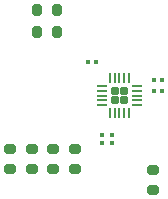
<source format=gbr>
%TF.GenerationSoftware,KiCad,Pcbnew,8.0.5*%
%TF.CreationDate,2025-02-27T19:14:31+02:00*%
%TF.ProjectId,_autosave-QS390,5f617574-6f73-4617-9665-2d5153333930,rev?*%
%TF.SameCoordinates,Original*%
%TF.FileFunction,Paste,Top*%
%TF.FilePolarity,Positive*%
%FSLAX46Y46*%
G04 Gerber Fmt 4.6, Leading zero omitted, Abs format (unit mm)*
G04 Created by KiCad (PCBNEW 8.0.5) date 2025-02-27 19:14:31*
%MOMM*%
%LPD*%
G01*
G04 APERTURE LIST*
G04 Aperture macros list*
%AMRoundRect*
0 Rectangle with rounded corners*
0 $1 Rounding radius*
0 $2 $3 $4 $5 $6 $7 $8 $9 X,Y pos of 4 corners*
0 Add a 4 corners polygon primitive as box body*
4,1,4,$2,$3,$4,$5,$6,$7,$8,$9,$2,$3,0*
0 Add four circle primitives for the rounded corners*
1,1,$1+$1,$2,$3*
1,1,$1+$1,$4,$5*
1,1,$1+$1,$6,$7*
1,1,$1+$1,$8,$9*
0 Add four rect primitives between the rounded corners*
20,1,$1+$1,$2,$3,$4,$5,0*
20,1,$1+$1,$4,$5,$6,$7,0*
20,1,$1+$1,$6,$7,$8,$9,0*
20,1,$1+$1,$8,$9,$2,$3,0*%
G04 Aperture macros list end*
%ADD10RoundRect,0.200000X-0.275000X0.200000X-0.275000X-0.200000X0.275000X-0.200000X0.275000X0.200000X0*%
%ADD11RoundRect,0.200000X0.200000X0.275000X-0.200000X0.275000X-0.200000X-0.275000X0.200000X-0.275000X0*%
%ADD12RoundRect,0.172500X-0.172500X-0.172500X0.172500X-0.172500X0.172500X0.172500X-0.172500X0.172500X0*%
%ADD13RoundRect,0.050000X-0.375000X-0.050000X0.375000X-0.050000X0.375000X0.050000X-0.375000X0.050000X0*%
%ADD14RoundRect,0.050000X-0.050000X-0.375000X0.050000X-0.375000X0.050000X0.375000X-0.050000X0.375000X0*%
%ADD15RoundRect,0.079500X-0.079500X-0.100500X0.079500X-0.100500X0.079500X0.100500X-0.079500X0.100500X0*%
%ADD16RoundRect,0.079500X-0.100500X0.079500X-0.100500X-0.079500X0.100500X-0.079500X0.100500X0.079500X0*%
G04 APERTURE END LIST*
D10*
%TO.C,R2*%
X83125000Y-75125000D03*
X83125000Y-76775000D03*
%TD*%
D11*
%TO.C,R1*%
X87125000Y-63300000D03*
X85475000Y-63300000D03*
%TD*%
D10*
%TO.C,R5*%
X86800000Y-75100000D03*
X86800000Y-76750000D03*
%TD*%
%TO.C,R7*%
X95300000Y-78525000D03*
X95300000Y-76875000D03*
%TD*%
%TO.C,R4*%
X85000000Y-75100000D03*
X85000000Y-76750000D03*
%TD*%
D12*
%TO.C,U1*%
X92015000Y-70165000D03*
X92015000Y-70985000D03*
X92835000Y-70165000D03*
X92835000Y-70985000D03*
D13*
X90975000Y-69775000D03*
X90975000Y-70175000D03*
X90975000Y-70575000D03*
X90975000Y-70975000D03*
X90975000Y-71375000D03*
D14*
X91625000Y-72025000D03*
X92025000Y-72025000D03*
X92425000Y-72025000D03*
X92825000Y-72025000D03*
X93225000Y-72025000D03*
D13*
X93875000Y-71375000D03*
X93875000Y-70975000D03*
X93875000Y-70575000D03*
X93875000Y-70175000D03*
X93875000Y-69775000D03*
D14*
X93225000Y-69125000D03*
X92825000Y-69125000D03*
X92425000Y-69125000D03*
X92025000Y-69125000D03*
X91625000Y-69125000D03*
%TD*%
D11*
%TO.C,R3*%
X87125000Y-65200000D03*
X85475000Y-65200000D03*
%TD*%
D15*
%TO.C,C5*%
X95375000Y-69250000D03*
X96065000Y-69250000D03*
%TD*%
D16*
%TO.C,C3*%
X90975000Y-73900000D03*
X90975000Y-74590000D03*
%TD*%
%TO.C,C2*%
X91775000Y-74570000D03*
X91775000Y-73880000D03*
%TD*%
D10*
%TO.C,R6*%
X88700000Y-75100000D03*
X88700000Y-76750000D03*
%TD*%
D15*
%TO.C,C4*%
X95375000Y-70150000D03*
X96065000Y-70150000D03*
%TD*%
%TO.C,C1*%
X89755000Y-67700000D03*
X90445000Y-67700000D03*
%TD*%
M02*

</source>
